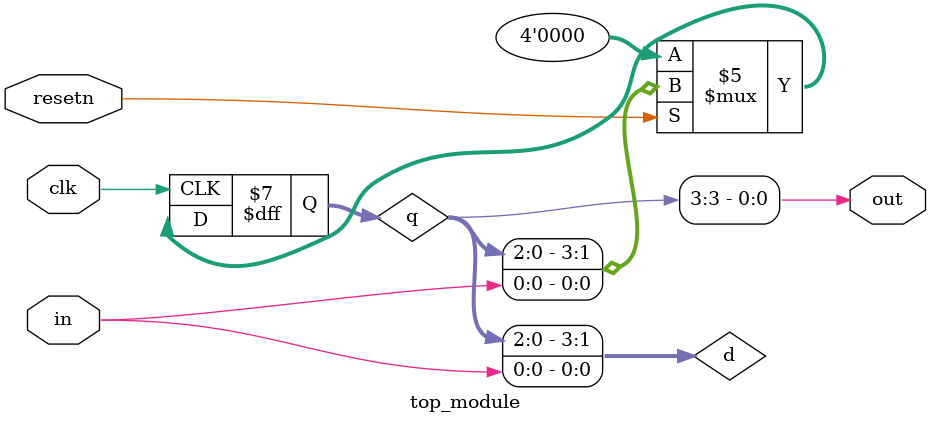
<source format=v>
module top_module (
    input  clk,
    input  resetn,  // synchronous reset
    input  in,
    output out
);

    reg  [3:0] q;
    wire [3:0] d;
    always @(*) begin
        d = {q[2:0], in};
    end

    always @(posedge clk) begin
        if (!resetn) begin
            q <= 0;
        end else begin
            q <= d;
        end
    end
    assign out = q[3];

endmodule

</source>
